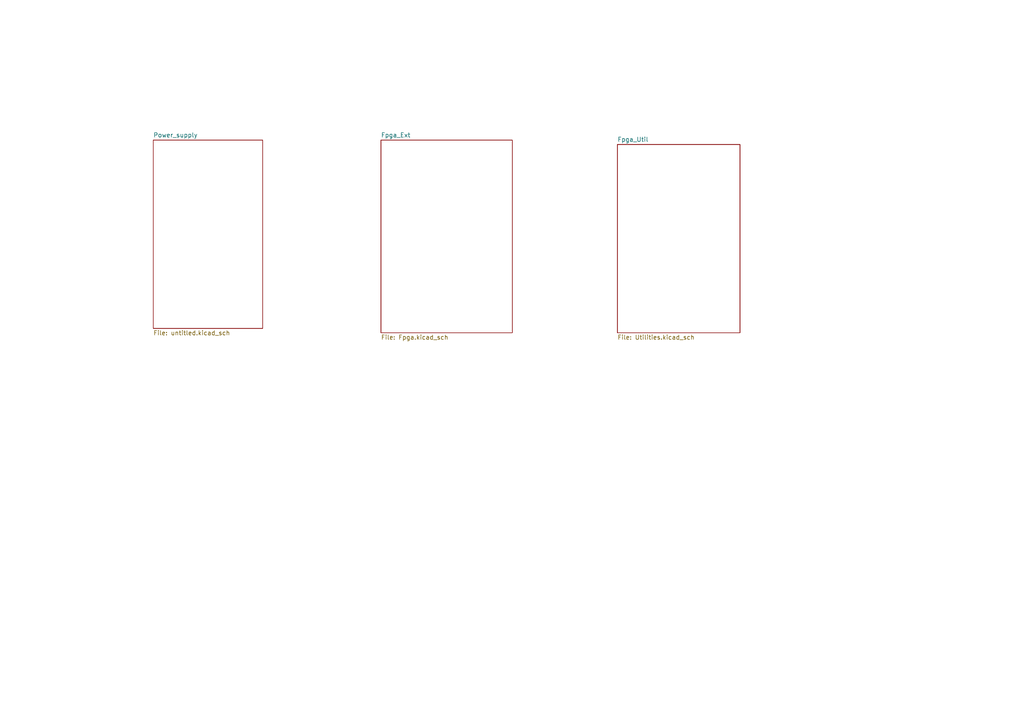
<source format=kicad_sch>
(kicad_sch
	(version 20231120)
	(generator "eeschema")
	(generator_version "8.0")
	(uuid "047bd40c-18cc-4ecd-88f1-0eecd6e2e7c2")
	(paper "A4")
	(lib_symbols)
	(sheet
		(at 110.49 40.64)
		(size 38.1 55.88)
		(fields_autoplaced yes)
		(stroke
			(width 0.1524)
			(type solid)
		)
		(fill
			(color 0 0 0 0.0000)
		)
		(uuid "6caebfca-b986-4e80-be3c-3adf5503915c")
		(property "Sheetname" "Fpga_Ext"
			(at 110.49 39.9284 0)
			(effects
				(font
					(size 1.27 1.27)
				)
				(justify left bottom)
			)
		)
		(property "Sheetfile" "Fpga.kicad_sch"
			(at 110.49 97.1046 0)
			(effects
				(font
					(size 1.27 1.27)
				)
				(justify left top)
			)
		)
		(instances
			(project "FINAL_PROJECT"
				(path "/047bd40c-18cc-4ecd-88f1-0eecd6e2e7c2"
					(page "3")
				)
			)
		)
	)
	(sheet
		(at 179.07 41.91)
		(size 35.56 54.61)
		(fields_autoplaced yes)
		(stroke
			(width 0.1524)
			(type solid)
		)
		(fill
			(color 0 0 0 0.0000)
		)
		(uuid "c53c75f5-abfc-49d0-bfe7-d23b3aabdefd")
		(property "Sheetname" "Fpga_Util"
			(at 179.07 41.1984 0)
			(effects
				(font
					(size 1.27 1.27)
				)
				(justify left bottom)
			)
		)
		(property "Sheetfile" "Utilities.kicad_sch"
			(at 179.07 97.1046 0)
			(effects
				(font
					(size 1.27 1.27)
				)
				(justify left top)
			)
		)
		(instances
			(project "FINAL_PROJECT"
				(path "/047bd40c-18cc-4ecd-88f1-0eecd6e2e7c2"
					(page "4")
				)
			)
		)
	)
	(sheet
		(at 44.45 40.64)
		(size 31.75 54.61)
		(fields_autoplaced yes)
		(stroke
			(width 0.1524)
			(type solid)
		)
		(fill
			(color 0 0 0 0.0000)
		)
		(uuid "dddd19f4-7d92-4b18-9ceb-051e0a1e7fd1")
		(property "Sheetname" "Power_supply"
			(at 44.45 39.9284 0)
			(effects
				(font
					(size 1.27 1.27)
				)
				(justify left bottom)
			)
		)
		(property "Sheetfile" "untitled.kicad_sch"
			(at 44.45 95.8346 0)
			(effects
				(font
					(size 1.27 1.27)
				)
				(justify left top)
			)
		)
		(instances
			(project "FINAL_PROJECT"
				(path "/047bd40c-18cc-4ecd-88f1-0eecd6e2e7c2"
					(page "4")
				)
			)
		)
	)
	(sheet_instances
		(path "/"
			(page "1")
		)
	)
)

</source>
